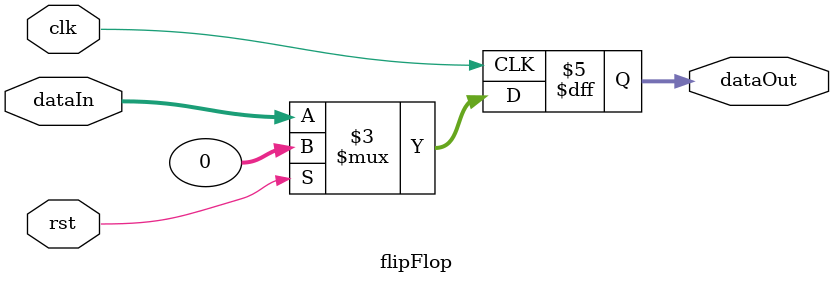
<source format=v>
module flipFlop #(
	parameter WIDTH = 32
	)(
	input clk,rst,
	input [WIDTH-1:0]dataIn,
	output reg [WIDTH-1:0]dataOut);

	always@(posedge clk)begin
		if(rst)begin
			dataOut<={WIDTH{1'b0}};
		end
		else begin
			dataOut<=dataIn;
		end
	end
endmodule

</source>
